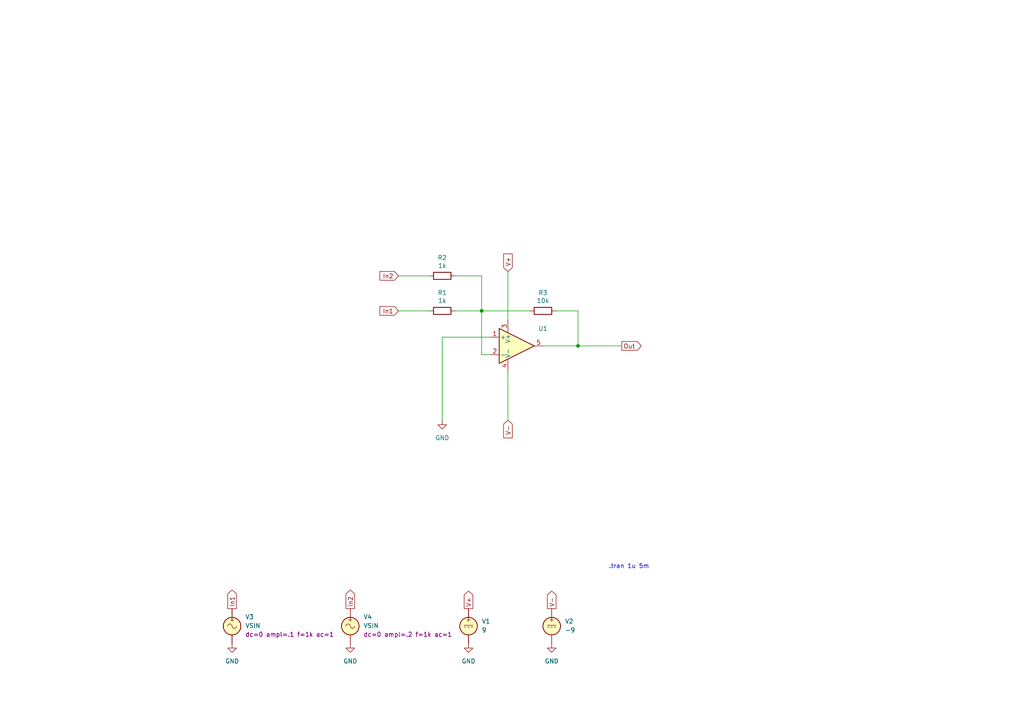
<source format=kicad_sch>
(kicad_sch (version 20231120) (generator "eeschema") (generator_version "8.0")
  (paper "A4")
  (title_block (title "OPamp adding") (date "2024-05-27") (rev "2") (company "GitHub/OJStuff"))
  (lib_symbols
    (symbol "Device:R" (pin_numbers hide) (pin_names (offset 0))
      (property "Reference" "R" (at 2.032 0 90))
      (property "Value" "R" (at 0 0 90))
      (symbol "R_0_1"
        (rectangle (start -1.016 -2.54) (end 1.016 2.54) (stroke (width 0.254)))
      )
      (symbol "R_1_1"
        (pin passive line (at 0 3.81 270) (length 1.27) (name "~") (number "1"))
        (pin passive line (at 0 -3.81 90) (length 1.27) (name "~") (number "2"))
      )
    )
    (symbol "Simulation_SPICE:OPAMP" (pin_names (offset 0.254))
      (property "Reference" "U" (at 3.81 3.175 0))
      (property "Value" "${SIM.PARAMS}" (at 3.81 -3.175 0))
      (symbol "OPAMP_0_1"
        (polyline (pts (xy 5.08 0) (xy -5.08 5.08) (xy -5.08 -5.08) (xy 5.08 0)) (stroke (width 0.254)) (fill (type background)))
      )
      (symbol "OPAMP_1_1"
        (pin input line (at -7.62 2.54 0) (length 2.54) (name "+") (number "1"))
        (pin input line (at -7.62 -2.54 0) (length 2.54) (name "-") (number "2"))
        (pin power_in line (at -2.54 7.62 270) (length 3.81) (name "V+") (number "3"))
        (pin power_in line (at -2.54 -7.62 90) (length 3.81) (name "V-") (number "4"))
        (pin output line (at 7.62 0 180) (length 2.54) (name "~") (number "5"))
      )
    )
    (symbol "VDC_1" (pin_numbers hide) (pin_names (offset 0.0254))
      (property "Reference" "V" (at 2.54 2.54 0))
      (property "Value" "1" (at 2.54 0 0))
      (symbol "VDC_1_0_0"
        (polyline (pts (xy -1.27 0.254) (xy 1.27 0.254)))
        (polyline (pts (xy -0.762 -0.254) (xy -1.27 -0.254)))
        (polyline (pts (xy 0.254 -0.254) (xy -0.254 -0.254)))
        (polyline (pts (xy 1.27 -0.254) (xy 0.762 -0.254)))
        (text "+" (at 0 1.905 0) (effects (font (size 1.27 1.27))))
      )
      (symbol "VDC_1_0_1"
        (circle (center 0 0) (radius 2.54) (stroke (width 0.254)) (fill (type background)))
      )
      (symbol "VDC_1_1_1"
        (pin passive line (at 0 5.08 270) (length 2.54) (name "~") (number "1"))
        (pin passive line (at 0 -5.08 90) (length 2.54) (name "~") (number "2"))
      )
    )
    (symbol "VSIN_1" (pin_numbers hide) (pin_names (offset 0.0254))
      (property "Reference" "V" (at 2.54 2.54 0))
      (property "Value" "VSIN" (at 2.54 0 0))
      (property "Sim.Params" "dc=0 ampl=1 f=1k ac=1" (at 2.54 -2.54 0))
      (symbol "VSIN_1_0_0"
        (arc (start 0 0) (mid -0.635 0.6323) (end -1.27 0))
        (arc (start 0 0) (mid 0.635 -0.6323) (end 1.27 0))
        (text "+" (at 0 1.905 0) (effects (font (size 1.27 1.27))))
      )
      (symbol "VSIN_1_0_1"
        (circle (center 0 0) (radius 2.54) (stroke (width 0.254)) (fill (type background)))
      )
      (symbol "VSIN_1_1_1"
        (pin passive line (at 0 5.08 270) (length 2.54) (name "~") (number "1"))
        (pin passive line (at 0 -5.08 90) (length 2.54) (name "~") (number "2"))
      )
    )
    (symbol "power:GND" (power) (pin_numbers hide) (pin_names (offset 0) hide)
      (property "Value" "GND" (at 0 -3.81 0))
      (symbol "GND_0_1"
        (polyline (pts (xy 0 0) (xy 0 -1.27) (xy 1.27 -1.27) (xy 0 -2.54) (xy -1.27 -1.27) (xy 0 -1.27)))
      )
      (symbol "GND_1_1"
        (pin power_in line (at 0 0 270) (length 0) (name "~") (number "1"))
      )
    )
  )
  (junction (at 167.64 100.33))
  (junction (at 139.7 90.17))
  (wire (pts (xy 161.29 90.17) (xy 167.64 90.17)))
  (wire (pts (xy 147.32 121.92) (xy 147.32 107.95)))
  (wire (pts (xy 128.27 97.79) (xy 128.27 121.92)))
  (wire (pts (xy 132.08 80.01) (xy 139.7 80.01)))
  (wire (pts (xy 142.24 102.87) (xy 139.7 102.87)))
  (wire (pts (xy 139.7 90.17) (xy 153.67 90.17)))
  (wire (pts (xy 180.34 100.33) (xy 167.64 100.33)))
  (wire (pts (xy 128.27 97.79) (xy 142.24 97.79)))
  (wire (pts (xy 167.64 100.33) (xy 157.48 100.33)))
  (wire (pts (xy 147.32 78.74) (xy 147.32 92.71)))
  (wire (pts (xy 139.7 102.87) (xy 139.7 90.17)))
  (wire (pts (xy 115.57 90.17) (xy 124.46 90.17)))
  (wire (pts (xy 139.7 80.01) (xy 139.7 90.17)))
  (wire (pts (xy 167.64 90.17) (xy 167.64 100.33)))
  (wire (pts (xy 132.08 90.17) (xy 139.7 90.17)))
  (wire (pts (xy 115.57 80.01) (xy 124.46 80.01)))
  (text ".tran 1u 5m" (at 176.53 165.1 0) (effects (font (size 1.27 1.27)) (justify left bottom)))
  (global_label "In2" (shape input) (at 115.57 80.01 180) (property "Intersheetrefs" "${INTERSHEET_REFS}" (effects (hide yes))))
  (global_label "V-" (shape input) (at 147.32 121.92 270) (property "Intersheetrefs" "${INTERSHEET_REFS}" (effects (hide yes))))
  (global_label "V+" (shape input) (at 147.32 78.74 90) (property "Intersheetrefs" "${INTERSHEET_REFS}" (effects (hide yes))))
  (global_label "Out" (shape output) (at 180.34 100.33 0) (property "Intersheetrefs" "${INTERSHEET_REFS}" (effects (hide yes))))
  (global_label "In2" (shape output) (at 101.6 176.53 90) (property "Intersheetrefs" "${INTERSHEET_REFS}" (effects (hide yes))))
  (global_label "In1" (shape output) (at 67.31 176.53 90) (property "Intersheetrefs" "${INTERSHEET_REFS}" (effects (hide yes))))
  (global_label "V+" (shape output) (at 135.89 176.53 90) (property "Intersheetrefs" "${INTERSHEET_REFS}" (effects (hide yes))))
  (global_label "V-" (shape output) (at 160.02 176.53 90) (property "Intersheetrefs" "${INTERSHEET_REFS}" (effects (hide yes))))
  (global_label "In1" (shape input) (at 115.57 90.17 180) (property "Intersheetrefs" "${INTERSHEET_REFS}" (effects (hide yes))))
  (symbol (lib_name "VSIN_1") (lib_id "Simulation_SPICE:VSIN") (at 101.6 181.61 0) (unit 1)
    (property "Reference" "V4" (at 105.41 178.9401 0) (effects (justify left)))
    (property "Value" "VSIN" (at 105.41 181.4801 0) (effects (justify left)))
    (property "Datasheet" "https://ngspice.sourceforge.io/docs/ngspice-html-manual/manual.xhtml#sec_Independent_Sources_for" (effects (hide yes)))
    (property "Description" "Voltage source, sinusoidal" (effects (hide yes)))
    (property "Sim.Pins" "1=+ 2=-" (effects (hide yes)))
    (property "Sim.Params" "dc=0 ampl=.2 f=1k ac=1" (at 105.41 184.0201 0) (effects (justify left)))
    (property "Sim.Type" "SIN" (effects (hide yes)))
    (property "Sim.Device" "V" (effects (hide yes)))
  )
  (symbol (lib_id "power:GND") (at 67.31 186.69 0) (unit 1)
    (property "Reference" "#PWR02" (effects (hide yes)))
    (property "Value" "GND" (at 67.31 191.77 0))
    (property "Description" "Power symbol creates a global label with name \"GND\" , ground" (effects (hide yes)))
  )
  (symbol (lib_name "VDC_1") (lib_id "Simulation_SPICE:VDC") (at 160.02 181.61 0) (unit 1)
    (property "Reference" "V2" (at 163.83 180.2101 0) (effects (justify left)))
    (property "Value" "-9" (at 163.83 182.7501 0) (effects (justify left)))
    (property "Datasheet" "https://ngspice.sourceforge.io/docs/ngspice-html-manual/manual.xhtml#sec_Independent_Sources_for" (effects (hide yes)))
    (property "Description" "Voltage source, DC" (effects (hide yes)))
    (property "Sim.Pins" "1=+ 2=-" (effects (hide yes)))
    (property "Sim.Type" "DC" (effects (hide yes)))
    (property "Sim.Device" "V" (effects (hide yes)))
  )
  (symbol (lib_id "Device:R") (at 128.27 90.17 270) (unit 1)
    (property "Reference" "R1" (at 128.27 84.9122 90))
    (property "Value" "1k" (at 128.27 87.2236 90))
  )
  (symbol (lib_id "Device:R") (at 157.48 90.17 270) (unit 1)
    (property "Reference" "R3" (at 157.48 84.9122 90))
    (property "Value" "10k" (at 157.48 87.2236 90))
  )
  (symbol (lib_name "VDC_1") (lib_id "Simulation_SPICE:VDC") (at 135.89 181.61 0) (unit 1)
    (property "Reference" "V1" (at 139.7 180.2101 0) (effects (justify left)))
    (property "Value" "9" (at 139.7 182.7501 0) (effects (justify left)))
    (property "Datasheet" "https://ngspice.sourceforge.io/docs/ngspice-html-manual/manual.xhtml#sec_Independent_Sources_for" (effects (hide yes)))
    (property "Description" "Voltage source, DC" (effects (hide yes)))
    (property "Sim.Pins" "1=+ 2=-" (effects (hide yes)))
    (property "Sim.Type" "DC" (effects (hide yes)))
    (property "Sim.Device" "V" (effects (hide yes)))
  )
  (symbol (lib_id "Device:R") (at 128.27 80.01 270) (unit 1)
    (property "Reference" "R2" (at 128.27 74.7522 90))
    (property "Value" "1k" (at 128.27 77.0636 90))
  )
  (symbol (lib_id "power:GND") (at 101.6 186.69 0) (unit 1)
    (property "Reference" "#PWR03" (effects (hide yes)))
    (property "Value" "GND" (at 101.6 191.77 0))
    (property "Description" "Power symbol creates a global label with name \"GND\" , ground" (effects (hide yes)))
  )
  (symbol (lib_id "Simulation_SPICE:OPAMP") (at 149.86 100.33 0) (unit 1)
    (property "Reference" "U1" (at 157.48 95.2814 0))
    (property "Value" "${SIM.PARAMS}" (at 157.48 97.1865 0))
    (property "Datasheet" "https://ngspice.sourceforge.io/docs/ngspice-html-manual/manual.xhtml#sec__SUBCKT_Subcircuits" (effects (hide yes)))
    (property "Description" "Operational amplifier, single, node sequence=1:+ 2:- 3:OUT 4:V+ 5:V-" (effects (hide yes)))
    (property "Sim.Pins" "1=in+ 2=in- 3=vcc 4=vee 5=out" (effects (hide yes)))
    (property "Sim.Device" "SUBCKT" (effects (hide yes)))
    (property "Sim.Library" "${KICAD7_SYMBOL_DIR}/Simulation_SPICE.sp" (effects (hide yes)))
    (property "Sim.Name" "kicad_builtin_opamp" (effects (hide yes)))
  )
  (symbol (lib_id "power:GND") (at 160.02 186.69 0) (unit 1)
    (property "Reference" "#PWR05" (effects (hide yes)))
    (property "Value" "GND" (at 160.02 191.77 0))
    (property "Description" "Power symbol creates a global label with name \"GND\" , ground" (effects (hide yes)))
  )
  (symbol (lib_id "power:GND") (at 135.89 186.69 0) (unit 1)
    (property "Reference" "#PWR04" (effects (hide yes)))
    (property "Value" "GND" (at 135.89 191.77 0))
    (property "Description" "Power symbol creates a global label with name \"GND\" , ground" (effects (hide yes)))
  )
  (symbol (lib_name "VSIN_1") (lib_id "Simulation_SPICE:VSIN") (at 67.31 181.61 0) (unit 1)
    (property "Reference" "V3" (at 71.12 178.9401 0) (effects (justify left)))
    (property "Value" "VSIN" (at 71.12 181.4801 0) (effects (justify left)))
    (property "Datasheet" "https://ngspice.sourceforge.io/docs/ngspice-html-manual/manual.xhtml#sec_Independent_Sources_for" (effects (hide yes)))
    (property "Description" "Voltage source, sinusoidal" (effects (hide yes)))
    (property "Sim.Pins" "1=+ 2=-" (effects (hide yes)))
    (property "Sim.Params" "dc=0 ampl=.1 f=1k ac=1" (at 71.12 184.0201 0) (effects (justify left)))
    (property "Sim.Type" "SIN" (effects (hide yes)))
    (property "Sim.Device" "V" (effects (hide yes)))
  )
  (symbol (lib_id "power:GND") (at 128.27 121.92 0) (unit 1)
    (property "Reference" "#PWR01" (effects (hide yes)))
    (property "Value" "GND" (at 128.27 127 0))
    (property "Description" "Power symbol creates a global label with name \"GND\" , ground" (effects (hide yes)))
  )
)
</source>
